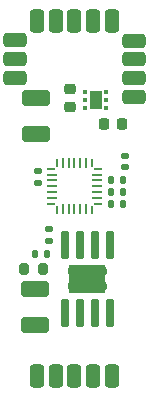
<source format=gbr>
%TF.GenerationSoftware,KiCad,Pcbnew,7.0.8*%
%TF.CreationDate,2023-11-11T00:20:42+00:00*%
%TF.ProjectId,Coil_Driver_CEdge,436f696c-5f44-4726-9976-65725f434564,rev?*%
%TF.SameCoordinates,Original*%
%TF.FileFunction,Soldermask,Top*%
%TF.FilePolarity,Negative*%
%FSLAX46Y46*%
G04 Gerber Fmt 4.6, Leading zero omitted, Abs format (unit mm)*
G04 Created by KiCad (PCBNEW 7.0.8) date 2023-11-11 00:20:42*
%MOMM*%
%LPD*%
G01*
G04 APERTURE LIST*
G04 Aperture macros list*
%AMRoundRect*
0 Rectangle with rounded corners*
0 $1 Rounding radius*
0 $2 $3 $4 $5 $6 $7 $8 $9 X,Y pos of 4 corners*
0 Add a 4 corners polygon primitive as box body*
4,1,4,$2,$3,$4,$5,$6,$7,$8,$9,$2,$3,0*
0 Add four circle primitives for the rounded corners*
1,1,$1+$1,$2,$3*
1,1,$1+$1,$4,$5*
1,1,$1+$1,$6,$7*
1,1,$1+$1,$8,$9*
0 Add four rect primitives between the rounded corners*
20,1,$1+$1,$2,$3,$4,$5,0*
20,1,$1+$1,$4,$5,$6,$7,0*
20,1,$1+$1,$6,$7,$8,$9,0*
20,1,$1+$1,$8,$9,$2,$3,0*%
%AMFreePoly0*
4,1,14,0.230680,0.111820,0.364320,-0.021821,0.377500,-0.053642,0.377500,-0.080000,0.364320,-0.111820,0.332500,-0.125000,-0.332500,-0.125000,-0.364320,-0.111820,-0.377500,-0.080000,-0.377500,0.080000,-0.364320,0.111820,-0.332500,0.125000,0.198860,0.125000,0.230680,0.111820,0.230680,0.111820,$1*%
%AMFreePoly1*
4,1,14,0.364320,0.111820,0.377500,0.080000,0.377501,0.053640,0.364318,0.021819,0.230680,-0.111820,0.198860,-0.125000,-0.332500,-0.125000,-0.364320,-0.111820,-0.377500,-0.080000,-0.377500,0.080000,-0.364320,0.111820,-0.332500,0.125000,0.332500,0.125000,0.364320,0.111820,0.364320,0.111820,$1*%
%AMFreePoly2*
4,1,15,0.053642,0.377500,0.080000,0.377500,0.111820,0.364320,0.125000,0.332500,0.125000,-0.332500,0.111820,-0.364320,0.080000,-0.377500,-0.080000,-0.377500,-0.111820,-0.364320,-0.125000,-0.332500,-0.125000,0.198860,-0.111820,0.230680,0.021820,0.364320,0.053640,0.377501,0.053642,0.377500,0.053642,0.377500,$1*%
%AMFreePoly3*
4,1,14,-0.021820,0.364320,0.111820,0.230679,0.125001,0.198860,0.125000,-0.332500,0.111820,-0.364320,0.080000,-0.377500,-0.080000,-0.377500,-0.111820,-0.364320,-0.125000,-0.332500,-0.125000,0.332500,-0.111820,0.364320,-0.080000,0.377500,-0.053640,0.377500,-0.021820,0.364320,-0.021820,0.364320,$1*%
%AMFreePoly4*
4,1,14,0.364320,0.111820,0.377500,0.080000,0.377500,-0.080000,0.364320,-0.111820,0.332500,-0.125000,-0.198860,-0.125001,-0.230680,-0.111818,-0.364320,0.021820,-0.377500,0.053640,-0.377500,0.080000,-0.364320,0.111820,-0.332500,0.125000,0.332500,0.125000,0.364320,0.111820,0.364320,0.111820,$1*%
%AMFreePoly5*
4,1,15,-0.198858,0.125000,0.332500,0.125000,0.364320,0.111820,0.377500,0.080000,0.377500,-0.080000,0.364320,-0.111820,0.332500,-0.125000,-0.332500,-0.125000,-0.364320,-0.111820,-0.377500,-0.080000,-0.377500,-0.053640,-0.364320,-0.021820,-0.230680,0.111820,-0.198860,0.125001,-0.198858,0.125000,-0.198858,0.125000,$1*%
%AMFreePoly6*
4,1,14,0.111820,0.364320,0.125000,0.332500,0.125001,-0.198860,0.111818,-0.230680,-0.021820,-0.364320,-0.053640,-0.377500,-0.080000,-0.377500,-0.111820,-0.364320,-0.125000,-0.332500,-0.125000,0.332500,-0.111820,0.364320,-0.080000,0.377500,0.080000,0.377500,0.111820,0.364320,0.111820,0.364320,$1*%
%AMFreePoly7*
4,1,14,0.111820,0.364320,0.125000,0.332500,0.125000,-0.332500,0.111820,-0.364320,0.080000,-0.377500,0.053640,-0.377501,0.021819,-0.364318,-0.111820,-0.230680,-0.125000,-0.198860,-0.125000,0.332500,-0.111820,0.364320,-0.080000,0.377500,0.080000,0.377500,0.111820,0.364320,0.111820,0.364320,$1*%
G04 Aperture macros list end*
%ADD10RoundRect,0.300000X-0.300000X-0.700000X0.300000X-0.700000X0.300000X0.700000X-0.300000X0.700000X0*%
%ADD11RoundRect,0.300000X0.700000X-0.300000X0.700000X0.300000X-0.700000X0.300000X-0.700000X-0.300000X0*%
%ADD12RoundRect,0.300000X-0.700000X0.300000X-0.700000X-0.300000X0.700000X-0.300000X0.700000X0.300000X0*%
%ADD13RoundRect,0.140000X0.170000X-0.140000X0.170000X0.140000X-0.170000X0.140000X-0.170000X-0.140000X0*%
%ADD14FreePoly0,180.000000*%
%ADD15RoundRect,0.062500X0.375000X0.062500X-0.375000X0.062500X-0.375000X-0.062500X0.375000X-0.062500X0*%
%ADD16FreePoly1,180.000000*%
%ADD17FreePoly2,180.000000*%
%ADD18RoundRect,0.062500X0.062500X0.375000X-0.062500X0.375000X-0.062500X-0.375000X0.062500X-0.375000X0*%
%ADD19FreePoly3,180.000000*%
%ADD20FreePoly4,180.000000*%
%ADD21FreePoly5,180.000000*%
%ADD22FreePoly6,180.000000*%
%ADD23FreePoly7,180.000000*%
%ADD24RoundRect,0.200000X-0.200000X-0.275000X0.200000X-0.275000X0.200000X0.275000X-0.200000X0.275000X0*%
%ADD25R,3.100000X2.400000*%
%ADD26RoundRect,0.070000X-0.250000X1.100000X-0.250000X-1.100000X0.250000X-1.100000X0.250000X1.100000X0*%
%ADD27C,0.770000*%
%ADD28RoundRect,0.135000X-0.135000X-0.185000X0.135000X-0.185000X0.135000X0.185000X-0.135000X0.185000X0*%
%ADD29RoundRect,0.093750X0.093750X0.106250X-0.093750X0.106250X-0.093750X-0.106250X0.093750X-0.106250X0*%
%ADD30R,1.000000X1.600000*%
%ADD31RoundRect,0.300000X0.300000X0.700000X-0.300000X0.700000X-0.300000X-0.700000X0.300000X-0.700000X0*%
%ADD32RoundRect,0.135000X0.185000X-0.135000X0.185000X0.135000X-0.185000X0.135000X-0.185000X-0.135000X0*%
%ADD33RoundRect,0.225000X0.250000X-0.225000X0.250000X0.225000X-0.250000X0.225000X-0.250000X-0.225000X0*%
%ADD34RoundRect,0.225000X0.225000X0.250000X-0.225000X0.250000X-0.225000X-0.250000X0.225000X-0.250000X0*%
%ADD35RoundRect,0.140000X-0.140000X-0.170000X0.140000X-0.170000X0.140000X0.170000X-0.140000X0.170000X0*%
%ADD36RoundRect,0.135000X0.135000X0.185000X-0.135000X0.185000X-0.135000X-0.185000X0.135000X-0.185000X0*%
%ADD37RoundRect,0.250000X0.925000X-0.412500X0.925000X0.412500X-0.925000X0.412500X-0.925000X-0.412500X0*%
G04 APERTURE END LIST*
D10*
%TO.C,TP5*%
X76498450Y-81635600D03*
%TD*%
D11*
%TO.C,TP9*%
X81534000Y-83286600D03*
%TD*%
%TO.C,TP2*%
X71501000Y-84810600D03*
%TD*%
D12*
%TO.C,TP6*%
X81534000Y-86410800D03*
%TD*%
D13*
%TO.C,C8*%
X80750000Y-93996000D03*
X80750000Y-93036000D03*
%TD*%
D14*
%TO.C,U2*%
X78503500Y-97096000D03*
D15*
X78443500Y-96596000D03*
X78443500Y-96096000D03*
X78443500Y-95596000D03*
X78443500Y-95096000D03*
X78443500Y-94596000D03*
D16*
X78503500Y-94096000D03*
D17*
X78006000Y-93598500D03*
D18*
X77506000Y-93658500D03*
X77006000Y-93658500D03*
X76506000Y-93658500D03*
X76006000Y-93658500D03*
X75506000Y-93658500D03*
D19*
X75006000Y-93598500D03*
D20*
X74508500Y-94096000D03*
D15*
X74568500Y-94596000D03*
X74568500Y-95096000D03*
X74568500Y-95596000D03*
X74568500Y-96096000D03*
X74568500Y-96596000D03*
D21*
X74508500Y-97096000D03*
D22*
X75006000Y-97593500D03*
D18*
X75506000Y-97533500D03*
X76006000Y-97533500D03*
X76506000Y-97533500D03*
X77006000Y-97533500D03*
X77506000Y-97533500D03*
D23*
X78006000Y-97593500D03*
%TD*%
D24*
%TO.C,R4*%
X72225000Y-102600000D03*
X73875000Y-102600000D03*
%TD*%
D25*
%TO.C,U1*%
X77606000Y-103421000D03*
D26*
X79511000Y-100546000D03*
X78241000Y-100546000D03*
X76971000Y-100546000D03*
X75701000Y-100546000D03*
X75701000Y-106296000D03*
X76971000Y-106296000D03*
X78241000Y-106296000D03*
X79511000Y-106296000D03*
D27*
X78906000Y-102771000D03*
X77606000Y-102771000D03*
X76306000Y-102771000D03*
X78906000Y-104071000D03*
X77606000Y-104071000D03*
X76306000Y-104071000D03*
%TD*%
D10*
%TO.C,TP4*%
X74904600Y-81635600D03*
%TD*%
D12*
%TO.C,TP7*%
X81534000Y-88011000D03*
%TD*%
D10*
%TO.C,TP13*%
X73304400Y-111633000D03*
%TD*%
D28*
%TO.C,R3*%
X73196000Y-101296000D03*
X74216000Y-101296000D03*
%TD*%
D11*
%TO.C,TP8*%
X81534000Y-84810600D03*
%TD*%
D29*
%TO.C,U3*%
X79212500Y-88950000D03*
X79212500Y-88300000D03*
X79212500Y-87650000D03*
X77437500Y-87650000D03*
X77437500Y-88300000D03*
X77437500Y-88950000D03*
D30*
X78325000Y-88300000D03*
%TD*%
D31*
%TO.C,TP10*%
X79705200Y-81635600D03*
%TD*%
D32*
%TO.C,R2*%
X74306000Y-100206000D03*
X74306000Y-99186000D03*
%TD*%
D33*
%TO.C,C2*%
X76106000Y-88871000D03*
X76106000Y-87321000D03*
%TD*%
D10*
%TO.C,TP15*%
X76504800Y-111633000D03*
%TD*%
%TO.C,TP17*%
X79705200Y-111633000D03*
%TD*%
D34*
%TO.C,C3*%
X80531000Y-90347800D03*
X78981000Y-90347800D03*
%TD*%
D10*
%TO.C,TP14*%
X74904600Y-111633000D03*
%TD*%
D13*
%TO.C,C6*%
X73406000Y-95276000D03*
X73406000Y-94316000D03*
%TD*%
D10*
%TO.C,TP11*%
X78105000Y-81635600D03*
%TD*%
D35*
%TO.C,C5*%
X79626000Y-95096000D03*
X80586000Y-95096000D03*
%TD*%
D36*
%TO.C,R1*%
X80616000Y-97096000D03*
X79596000Y-97096000D03*
%TD*%
D10*
%TO.C,TP12*%
X73304400Y-81635600D03*
%TD*%
D35*
%TO.C,C1*%
X79626000Y-96096000D03*
X80586000Y-96096000D03*
%TD*%
D37*
%TO.C,C4*%
X73200000Y-107337500D03*
X73200000Y-104262500D03*
%TD*%
%TO.C,C7*%
X73250000Y-91199500D03*
X73250000Y-88124500D03*
%TD*%
D12*
%TO.C,TP3*%
X71501000Y-83210400D03*
%TD*%
D11*
%TO.C,TP1*%
X71501000Y-86410800D03*
%TD*%
D10*
%TO.C,TP16*%
X78105000Y-111633000D03*
%TD*%
M02*

</source>
